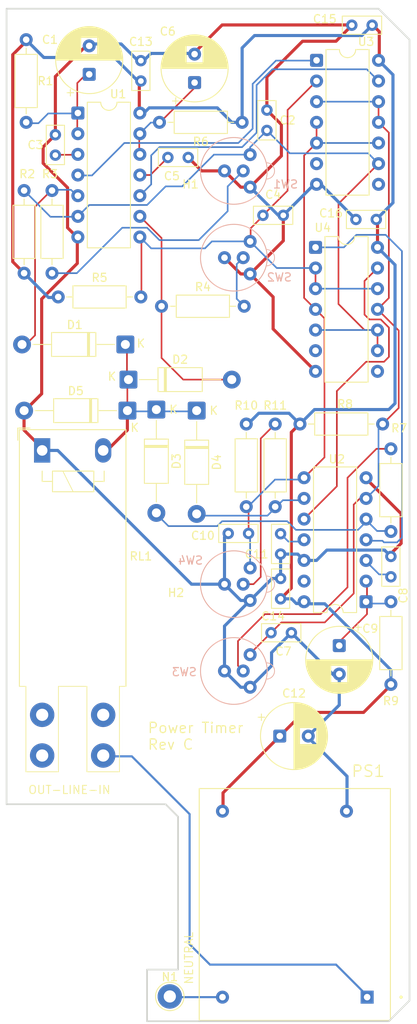
<source format=kicad_pcb>
(kicad_pcb
	(version 20241229)
	(generator "pcbnew")
	(generator_version "9.0")
	(general
		(thickness 1.6)
		(legacy_teardrops no)
	)
	(paper "A")
	(layers
		(0 "F.Cu" signal)
		(2 "B.Cu" signal)
		(9 "F.Adhes" user "F.Adhesive")
		(11 "B.Adhes" user "B.Adhesive")
		(13 "F.Paste" user)
		(15 "B.Paste" user)
		(5 "F.SilkS" user "F.Silkscreen")
		(7 "B.SilkS" user "B.Silkscreen")
		(1 "F.Mask" user)
		(3 "B.Mask" user)
		(17 "Dwgs.User" user "User.Drawings")
		(19 "Cmts.User" user "User.Comments")
		(21 "Eco1.User" user "User.Eco1")
		(23 "Eco2.User" user "User.Eco2")
		(25 "Edge.Cuts" user)
		(27 "Margin" user)
		(31 "F.CrtYd" user "F.Courtyard")
		(29 "B.CrtYd" user "B.Courtyard")
		(35 "F.Fab" user)
		(33 "B.Fab" user)
		(39 "User.1" user)
		(41 "User.2" user)
		(43 "User.3" user)
		(45 "User.4" user)
	)
	(setup
		(stackup
			(layer "F.SilkS"
				(type "Top Silk Screen")
			)
			(layer "F.Paste"
				(type "Top Solder Paste")
			)
			(layer "F.Mask"
				(type "Top Solder Mask")
				(thickness 0.01)
			)
			(layer "F.Cu"
				(type "copper")
				(thickness 0.035)
			)
			(layer "dielectric 1"
				(type "core")
				(thickness 1.51)
				(material "FR4")
				(epsilon_r 4.5)
				(loss_tangent 0.02)
			)
			(layer "B.Cu"
				(type "copper")
				(thickness 0.035)
			)
			(layer "B.Mask"
				(type "Bottom Solder Mask")
				(thickness 0.01)
			)
			(layer "B.Paste"
				(type "Bottom Solder Paste")
			)
			(layer "B.SilkS"
				(type "Bottom Silk Screen")
			)
			(copper_finish "None")
			(dielectric_constraints no)
		)
		(pad_to_mask_clearance 0.0508)
		(allow_soldermask_bridges_in_footprints no)
		(tenting front back)
		(pcbplotparams
			(layerselection 0x00000000_00000000_55555555_5755f5ff)
			(plot_on_all_layers_selection 0x00000000_00000000_00000000_00000000)
			(disableapertmacros no)
			(usegerberextensions no)
			(usegerberattributes yes)
			(usegerberadvancedattributes yes)
			(creategerberjobfile yes)
			(dashed_line_dash_ratio 12.000000)
			(dashed_line_gap_ratio 3.000000)
			(svgprecision 4)
			(plotframeref no)
			(mode 1)
			(useauxorigin no)
			(hpglpennumber 1)
			(hpglpenspeed 20)
			(hpglpendiameter 15.000000)
			(pdf_front_fp_property_popups yes)
			(pdf_back_fp_property_popups yes)
			(pdf_metadata yes)
			(pdf_single_document no)
			(dxfpolygonmode yes)
			(dxfimperialunits yes)
			(dxfusepcbnewfont yes)
			(psnegative no)
			(psa4output no)
			(plot_black_and_white yes)
			(sketchpadsonfab no)
			(plotpadnumbers no)
			(hidednponfab no)
			(sketchdnponfab yes)
			(crossoutdnponfab yes)
			(subtractmaskfromsilk no)
			(outputformat 1)
			(mirror no)
			(drillshape 1)
			(scaleselection 1)
			(outputdirectory "")
		)
	)
	(net 0 "")
	(net 1 "GND")
	(net 2 "/Timers/TIME5")
	(net 3 "/Timers/SET5")
	(net 4 "Net-(U1A-CV)")
	(net 5 "/Timers/SET10")
	(net 6 "Net-(U1B-CV)")
	(net 7 "/Timers/TIME10")
	(net 8 "/Timers/SET60")
	(net 9 "Net-(U2A-CV)")
	(net 10 "/Timers/TIME60")
	(net 11 "/Timers/SETON")
	(net 12 "Net-(U2B-CV)")
	(net 13 "+12V")
	(net 14 "Net-(D1-K)")
	(net 15 "/Power/DRV5")
	(net 16 "/Power/DRV10")
	(net 17 "/Power/DRV60")
	(net 18 "/Power/DRVON")
	(net 19 "Net-(PS1-VAC_IN(N))")
	(net 20 "/Power/LINEIN")
	(net 21 "/Timers/LED5")
	(net 22 "/Timers/LED10")
	(net 23 "/Timers/LED60")
	(net 24 "/Timers/LEDON")
	(net 25 "unconnected-(RL1-Pad5)")
	(net 26 "unconnected-(RL1-Pad2)")
	(net 27 "unconnected-(RL1-Pad3)")
	(net 28 "/Timers/RST5")
	(net 29 "/Timers/RST10")
	(net 30 "unconnected-(U2B-DIS-Pad13)")
	(net 31 "/Timers/RSTON")
	(net 32 "/Timers/RST60")
	(footprint "Resistor_THT:R_Axial_DIN0207_L6.3mm_D2.5mm_P10.16mm_Horizontal" (layer "F.Cu") (at 98.044 133.858 90))
	(footprint "Capacitor_THT:C_Rect_L4.6mm_W2.0mm_P2.50mm_MKS02_FKP02" (layer "F.Cu") (at 82.316 76.2))
	(footprint "Resistor_THT:R_Axial_DIN0207_L6.3mm_D2.5mm_P10.16mm_Horizontal" (layer "F.Cu") (at 52.959 83.312 90))
	(footprint "Capacitor_THT:CP_Radial_D8.0mm_P3.50mm" (layer "F.Cu") (at 91.694 129.088 -90))
	(footprint "Relay_THT_AZ:Relay_SPST_Zettler_AZ762F" (layer "F.Cu") (at 55.178 105.098 -90))
	(footprint "Package_DIP:DIP-14_W7.62mm" (layer "F.Cu") (at 94.991 123.698 180))
	(footprint "Diode_THT:D_DO-41_SOD81_P12.70mm_Horizontal" (layer "F.Cu") (at 65.786 96.393))
	(footprint "TestPoint:TestPoint_THTPad_D3.0mm_Drill1.5mm" (layer "F.Cu") (at 70.866 172.212))
	(footprint "Resistor_THT:R_Axial_DIN0207_L6.3mm_D2.5mm_P10.16mm_Horizontal" (layer "F.Cu") (at 69.85 87.376))
	(footprint "Resistor_THT:R_Axial_DIN0207_L6.3mm_D2.5mm_P10.16mm_Horizontal" (layer "F.Cu") (at 98.044 115.062 90))
	(footprint "Resistor_THT:R_Axial_DIN0207_L6.3mm_D2.5mm_P10.16mm_Horizontal" (layer "F.Cu") (at 80.264 101.854 -90))
	(footprint "MountingHole:MountingHole_3.2mm_M3" (layer "F.Cu") (at 71.628 126.746))
	(footprint "Capacitor_THT:C_Rect_L4.6mm_W2.0mm_P2.50mm_MKS02_FKP02" (layer "F.Cu") (at 56.8 68.8 90))
	(footprint "Resistor_THT:R_Axial_DIN0207_L6.3mm_D2.5mm_P10.16mm_Horizontal" (layer "F.Cu") (at 79.756 64.77 180))
	(footprint "Capacitor_THT:CP_Radial_D8.0mm_P3.50mm" (layer "F.Cu") (at 73.914 59.888 90))
	(footprint "Capacitor_THT:C_Rect_L4.6mm_W2.0mm_P2.50mm_MKS02_FKP02" (layer "F.Cu") (at 70.632 69.088))
	(footprint "RAC03_12SK:CONV_RAC03-12SK" (layer "F.Cu") (at 86.233 160.909 180))
	(footprint "Diode_THT:D_DO-41_SOD81_P12.70mm_Horizontal" (layer "F.Cu") (at 74.168 100.203 -90))
	(footprint "Package_DIP:DIP-14_W7.62mm" (layer "F.Cu") (at 88.778 80.137))
	(footprint "Package_DIP:DIP-14_W7.62mm" (layer "F.Cu") (at 59.568 63.627))
	(footprint "Diode_THT:D_DO-41_SOD81_P12.70mm_Horizontal" (layer "F.Cu") (at 65.405 92.075 180))
	(footprint "Resistor_THT:R_Axial_DIN0207_L6.3mm_D2.5mm_P10.16mm_Horizontal" (layer "F.Cu") (at 83.82 112.014 90))
	(footprint "Diode_THT:D_DO-41_SOD81_P12.70mm_Horizontal" (layer "F.Cu") (at 69.215 100.076 -90))
	(footprint "Package_DIP:DIP-14_W7.62mm" (layer "F.Cu") (at 88.905 57.15))
	(footprint "Capacitor_THT:C_Rect_L4.6mm_W2.0mm_P2.50mm_MKS02_FKP02" (layer "F.Cu") (at 83.312 127.508))
	(footprint "Capacitor_THT:C_Rect_L4.6mm_W2.0mm_P2.50mm_MKS02_FKP02" (layer "F.Cu") (at 80.55 115.3 180))
	(footprint "Capacitor_THT:CP_Radial_D8.0mm_P3.50mm"
		(layer "F.Cu")
		(uuid "a4a665c9-32a4-45b2-9c12-aefe935f0bcf")
		(at 84.384 140.208)
		(descr "CP, Radial series, Radial, pin pitch=3.50mm, diameter=8mm, height=12mm, Electrolytic Capacitor")
		(tags "CP Radial series Radial pin pitch 3.50mm diameter 8mm height 12mm Electrolytic Capacitor")
		(property "Reference" "C12"
			(at 1.75 -5.25 0)
			(layer "F.SilkS")
			(uuid "88a014b8-e023-438c-875e-48ea21394a82")
			(effects
				(font
					(size 1 1)
					(thickness 0.15)
				)
			)
		)
		(property "Value" "270uF, 25V"
			(at 1.75 5.25 0)
			(layer "F.Fab")
			(uuid "0d8dee19-f132-41b9-b9c3-2bc210a62dc6")
			(effects
				(font
					(size 1 1)
					(thickness 0.15)
				)
			)
		)
		(property "Datasheet" "~"
			(at 0 0 0)
			(layer "F.Fab")
			(hide yes)
			(uuid "7dc39528-8f5e-4493-aa89-4791aa6d79f5")
			(effects
				(font
					(size 1.27 1.27)
					(thickness 0.15)
				)
			)
		)
		(property "Description" "270uF, 25V"
			(at 0 0 0)
			(layer "F.Fab")
			(hide yes)
			(uuid "fcaa74b1-eb87-4bfa-abdb-5a4a73dc72b3")
			(effects
				(font
					(size 1.27 1.27)
					(thickness 0.15)
				)
			)
		)
		(property ki_fp_filters "CP_*")
		(path "/e5a59225-407c-4230-a7b5-58479a76f4aa/0d001a5d-6c99-411d-ba01-bf5d98003be8")
		(sheetname "/Power/")
		(sheetfile "power.kicad_sch")
		(attr through_hole)
		(fp_line
			(start -2.659698 -2.315)
			(end -1.859698 -2.315)
			(stroke
				(width 0.12)
				(type solid)
			)
			(layer "F.SilkS")
			(uuid "83b23fd2-b991-431e-a883-264622a56828")
		)
		(fp_line
			(start -2.259698 -2.715)
			(end -2.259698 -1.915)
			(stroke
				(width 0.12)
				(type solid)
			)
			(layer "F.SilkS")
			(uuid "63cee338-f42e-4fd2-9dd0-fe640f3214ea")
		)
		(fp_line
			(start 1.75 -4.08)
			(end 1.75 4.08)
			(stroke
				(width 0.12)
				(type solid)
			)
			(layer "F.SilkS")
			(uuid "3db3315a-ef51-48f4-a56d-fbc7dcc8f838")
		)
		(fp_line
			(start 1.79 -4.08)
			(end 1.79 4.08)
			(stroke
				(width 0.12)
				(type solid)
			)
			(layer "F.SilkS")
			(uuid "d45f4068-d8ca-4ef2-adc2-a661a6ed7d51")
		)
		(fp_line
			(start 1.83 -4.079)
			(end 1.83 4.079)
			(stroke
				(width 0.12)
				(type solid)
			)
			(layer "F.SilkS")
			(uuid "7e002893-9801-44a8-9e27-6637779fc6b2")
		)
		(fp_line
			(start 1.87 -4.078)
			(end 1.87 4.078)
			(stroke
				(width 0.12)
				(type solid)
			)
			(layer "F.SilkS")
			(uuid "b01d07b8-a9ff-4e81-9201-28c07e903041")
		)
		(fp_line
			(start 1.91 -4.077)
			(end 1.91 4.077)
			(stroke
				(width 0.12)
				(type solid)
			)
			(layer "F.SilkS")
			(uuid "821b0bd9-d6ed-4ebd-b08b-af40b76f905e")
		)
		(fp_line
			(start 1.95 -4.075)
			(end 1.95 4.075)
			(stroke
				(width 0.12)
				(type solid)
			)
			(layer "F.SilkS")
			(uuid "f26342eb-8baf-4e03-a40e-cc553a5df7a3")
		)
		(fp_line
			(start 1.99 -4.073)
			(end 1.99 4.073)
			(stroke
				(width 0.12)
				(type solid)
			)
			(layer "F.SilkS")
			(uuid "4bc7623b-d464-482c-89be-20a4f2216edc")
		)
		(fp_line
			(start 2.03 -4.07)
			(end 2.03 4.07)
			(stroke
				(width 0.12)
				(type solid)
			)
			(layer "F.SilkS")
			(uuid "393df78b-bb59-4c10-9c40-2d2e053858d5")
		)
		(fp_line
			(start 2.07 -4.068)
			(end 2.07 4.068)
			(stroke
				(width 0.12)
				(type solid)
			)
			(layer "F.SilkS")
			(uuid "5866f152-a5e2-4afd-81fd-c92feac400da")
		)
		(fp_line
			(start 2.11 -4.064)
			(end 2.11 4.064)
			(stroke
				(width 0.12)
				(type solid)
			)
			(layer "F.SilkS")
			(uuid "32b1855e-ce7a-491d-8c44-c7ea4c841880")
		)
		(fp_line
			(start 2.15 -4.061)
			(end 2.15 4.061)
			(stroke
				(width 0.12)
				(type solid)
			)
			(layer "F.SilkS")
			(uuid "dc42b512-1c3a-45be-a46d-fded116b56e2")
		)
		(fp_line
			(start 2.19 -4.056)
			(end 2.19 4.056)
			(stroke
				(width 0.12)
				(type solid)
			)
			(layer "F.SilkS")
			(uuid "41935fbf-0541-4329-935a-a629e191b80e")
		)
		(fp_line
			(start 2.23 -4.052)
			(end 2.23 4.052)
			(stroke
				(width 0.12)
				(type solid)
			)
			(layer "F.SilkS")
			(uuid "cb225c8d-c77d-4f04-a99c-939652e58575")
		)
		(fp_line
			(start 2.27 -4.047)
			(end 2.27 4.047)
			(stroke
				(width 0.12)
				(type solid)
			)
			(layer "F.SilkS")
			(uuid "88594a2c-5228-4fd9-a4d2-93ef48d87cb5")
		)
		(fp_line
			(start 2.31 -4.042)
			(end 2.31 4.042)
			(stroke
				(width 0.12)
				(type solid)
			)
			(layer "F.SilkS")
			(uuid "dc945351-cb95-4f25-ab99-9b8efa33730e")
		)
		(fp_line
			(start 2.35 -4.036)
			(end 2.35 4.036)
			(stroke
				(width 0.12)
				(type solid)
			)
			(layer "F.SilkS")
			(uuid "e313bd3c-c7cc-4eab-a861-d301cf8269de")
		)
		(fp_line
			(start 2.39 -4.03)
			(end 2.39 4.03)
			(stroke
				(width 0.12)
				(type solid)
			)
			(layer "F.SilkS")
			(uuid "eed8b5fb-6f96-403e-b6b5-50ba80f5f89d")
		)
		(fp_line
			(start 2.43 -4.023)
			(end 2.43 4.023)
			(stroke
				(width 0.12)
				(type solid)
			)
			(layer "F.SilkS")
			(uuid "5f1bdcc3-b46f-4d75-a526-e7b6341a9431")
		)
		(fp_line
			(start 2.47 -4.017)
			(end 2.47 -1.04)
			(stroke
				(width 0.12)
				(type solid)
			)
			(layer "F.SilkS")
			(uuid "473ddab9-fce6-4468-a9eb-f108b0080d2c")
		)
		(fp_line
			(start 2.47 1.04)
			(end 2.47 4.017)
			(stroke
				(width 0.12)
				(type solid)
			)
			(layer "F.SilkS")
			(uuid "9a15fbd9-91f9-461d-9c10-854d75ba779c")
		)
		(fp_line
			(start 2.51 -4.009)
			(end 2.51 -1.04)
			(stroke
				(width 0.12)
				(type solid)
			)
			(layer "F.SilkS")
			(uuid "13ac90f9-f6ab-4bcf-b8d7-62fbeaa20bdb")
		)
		(fp_line
			(start 2.51 1.04)
			(end 2.51 4.009)
			(stroke
				(width 0.12)
				(type solid)
			)
			(layer "F.SilkS")
			(uuid "b7e02611-a4cb-459a-a838-8c7d26f60989")
		)
		(fp_line
			(start 2.55 -4.002)
			(end 2.55 -1.04)
			(stroke
				(width 0.12)
				(type solid)
			)
			(layer "F.SilkS")
			(uuid "076eee01-3c39-4ef1-90c6-69782871a58b")
		)
		(fp_line
			(start 2.55 1.04)
			(end 2.55 4.002)
			(stroke
				(width 0.12)
				(type solid)
			)
			(layer "F.SilkS")
			(uuid "e2bfa55c-3f99-4213-8508-f54931cef1d2")
		)
		(fp_line
			(start 2.59 -3.993)
			(end 2.59 -1.04)
			(stroke
				(width 0.12)
				(type solid)
			)
			(layer "F.SilkS")
			(uuid "7a199c36-52ef-4099-a7a9-28d7479710e8")
		)
		(fp_line
			(start 2.59 1.04)
			(end 2.59 3.993)
			(stroke
				(width 0.12)
				(type solid)
			)
			(layer "F.SilkS")
			(uuid "9dee61d2-2f35-4bdb-9a15-d3bcdc0995e2")
		)
		(fp_line
			(start 2.63 -3.985)
			(end 2.63 -1.04)
			(stroke
				(width 0.12)
				(type solid)
			)
			(layer "F.SilkS")
			(uuid "95bf3b21-e906-44f8-87b8-bc294f0f5ad8")
		)
		(fp_line
			(start 2.63 1.04)
			(end 2.63 3.985)
			(stroke
				(width 0.12)
				(type solid)
			)
			(layer "F.SilkS")
			(uuid "151258e3-0457-44d4-8bef-b24e52a126ea")
		)
		(fp_line
			(start 2.67 -3.976)
			(end 2.67 -1.04)
			(stroke
				(width 0.12)
				(type solid)
			)
			(layer "F.SilkS")
			(uuid "9ee84b2f-198f-47a3-b6b2-cc2c9a2dfb70")
		)
		(fp_line
			(start 2.67 1.04)
			(end 2.67 3.976)
			(stroke
				(width 0.12)
				(type solid)
			)
			(layer "F.SilkS")
			(uuid "d601e305-3427-46bc-aa45-c68443e7ff06")
		)
		(fp_line
			(start 2.71 -3.967)
			(end 2.71 -1.04)
			(stroke
				(width 0.12)
				(type solid)
			)
			(layer "F.SilkS")
			(uuid "92b48318-3dca-483a-9a3d-c0a23b55c822")
		)
		(fp_line
			(start 2.71 1.04)
			(end 2.71 3.967)
			(stroke
				(width 0.12)
				(type solid)
			)
			(layer "F.SilkS")
			(uuid "74e09197-4c20-48f9-a83d-04efbf686dae")
		)
		(fp_line
			(start 2.75 -3.957)
			(end 2.75 -1.04)
			(stroke
				(width 0.12)
				(type solid)
			)
			(layer "F.SilkS")
			(uuid "1ab1a8c9-9d22-4dd6-a150-fcac362c5171")
		)
		(fp_line
			(start 2.75 1.04)
			(end 2.75 3.957)
			(stroke
				(width 0.12)
				(type solid)
			)
			(layer "F.SilkS")
			(uuid "967763ee-5840-4009-a246-5c7728c52a97")
		)
		(fp_line
			(start 2.79 -3.947)
			(end 2.79 -1.04)
			(stroke
				(width 0.12)
				(type solid)
			)
			(layer "F.SilkS")
			(uuid "0b915144-f728-4bd5-a8bf-4c515a3478b3")
		)
		(fp_line
			(start 2.79 1.04)
			(end 2.79 3.947)
			(stroke
				(width 0.12)
				(type solid)
			)
			(layer "F.SilkS")
			(uuid "6fcb2b24-f6ef-43cf-bc14-84381c3fd83a")
		)
		(fp_line
			(start 2.83 -3.936)
			(end 2.83 -1.04)
			(stroke
				(width 0.12)
				(type solid)
			)
			(layer "F.SilkS")
			(uuid "9fe32235-a2a8-46bb-a3b1-4ca28873a429")
		)
		(fp_line
			(start 2.83 1.04)
			(end 2.83 3.936)
			(stroke
				(width 0.12)
				(type solid)
			)
			(layer "F.SilkS")
			(uuid "65d0c976-5b7a-4759-89b3-e2b109d261b3")
		)
		(fp_line
			(start 2.87 -3.925)
			(end 2.87 -1.04)
			(stroke
				(width 0.12)
				(type solid)
			)
			(layer "F.SilkS")
			(uuid "e9b68d9f-ac72-41fa-969b-518ce1e8bde4")
		)
		(fp_line
			(start 2.87 1.04)
			(end 2.87 3.925)
			(stroke
				(width 0.12)
				(type solid)
			)
			(layer "F.SilkS")
			(uuid "62c7b308-ae4c-452b-aa75-b605a989e267")
		)
		(fp_line
			(start 2.91 -3.913)
			(end 2.91 -1.04)
			(stroke
				(width 0.12)
				(type solid)
			)
			(layer "F.SilkS")
			(uuid "999a783f-6ce3-41af-b0df-db3b020136c2")
		)
		(fp_line
			(start 2.91 1.04)
			(end 2.91 3.913)
			(stroke
				(width 0.12)
				(type solid)
			)
			(layer "F.SilkS")
			(uuid "84d2a007-0a55-4ab5-8107-f485b115ca0a")
		)
		(fp_line
			(start 2.95 -3.901)
			(end 2.95 -1.04)
			(stroke
				(width 0.12)
				(type solid)
			)
			(layer "F.SilkS")
			(uuid "f7c3442c-346a-42d4-80ec-286f8d79dca0")
		)
		(fp_line
			(start 2.95 1.04)
			(end 2.95 3.901)
			(stroke
				(width 0.12)
				(type solid)
			)
			(layer "F.SilkS")
			(uuid "eb7c186c-bce8-42a7-b778-aa8ecbf322f2")
		)
		(fp_line
			(start 2.99 -3.889)
			(end 2.99 -1.04)
			(stroke
				(width 0.12)
				(type solid)
			)
			(layer "F.SilkS")
			(uuid "c1565f5a-6199-4718-82c1-029d4ea418cd")
		)
		(fp_line
			(start 2.99 1.04)
			(end 2.99 3.889)
			(stroke
				(width 0.12)
				(type solid)
			)
			(layer "F.SilkS")
			(uuid "75bae6e2-d9cb-4638-9536-8fa6171920df")
		)
		(fp_line
			(start 3.03 -3.876)
			(end 3.03 -1.04)
			(stroke
				(width 0.12)
				(type solid)
			)
			(layer "F.SilkS")
			(uuid "e1e491ab-580d-405c-a145-aca789f72d22")
		)
		(fp_line
			(start 3.03 1.04)
			(end 3.03 3.876)
			(stroke
				(width 0.12)
				(type solid)
			)
			(layer "F.SilkS")
			(uuid "2c4f6c71-4812-4373-bee7-26ad72e3be80")
		)
		(fp_line
			(start 3.07 -3.863)
			(end 3.07 -1.04)
			(stroke
				(width 0.12)
				(type solid)
			)
			(layer "F.SilkS")
			(uuid "5a811283-1905-4704-ad3e-a5971aff8c55")
		)
		(fp_line
			(start 3.07 1.04)
			(end 3.07 3.863)
			(stroke
				(width 0.12)
				(type solid)
			)
			(layer "F.SilkS")
			(uuid "fae755fe-f182-47bf-af4a-f823acfa3482")
		)
		(fp_line
			(start 3.11 -3.849)
			(end 3.11 -1.04)
			(stroke
				(width 0.12)
				(type solid)
			)
			(layer "F.SilkS")
			(uuid "7e78ef91-b828-4be3-b85b-74c39853b508")
		)
		(fp_line
			(start 3.11 1.04)
			(end 3.11 3.849)
			(stroke
				(width 0.12)
				(type solid)
			)
			(layer "F.SilkS")
			(uuid "1f2c67e8-59a1-4445-8acd-06bf8368f5bd")
		)
		(fp_line
			(start 3.15 -3.835)
			(end 3.15 -1.04)
			(stroke
				(width 0.12)
				(type solid)
			)
			(layer "F.SilkS")
			(uuid "23f7eec1-745e-4688-a20d-915f9c0a1e8c")
		)
		(fp_line
			(start 3.15 1.04)
			(end 3.15 3.835)
			(stroke
				(width 0.12)
				(type solid)
			)
			(layer "F.SilkS")
			(uuid "39f5255e-f3bd-4106-93db-a22217d49d2a")
		)
		(fp_line
			(start 3.19 -3.82)
			(end 3.19 -1.04)
			(stroke
				(width 0.12)
				(type solid)
			)
			(layer "F.SilkS")
			(uuid "2e1d60db-fde1-4f75-a6ec-04de262389d3")
		)
... [172129 chars truncated]
</source>
